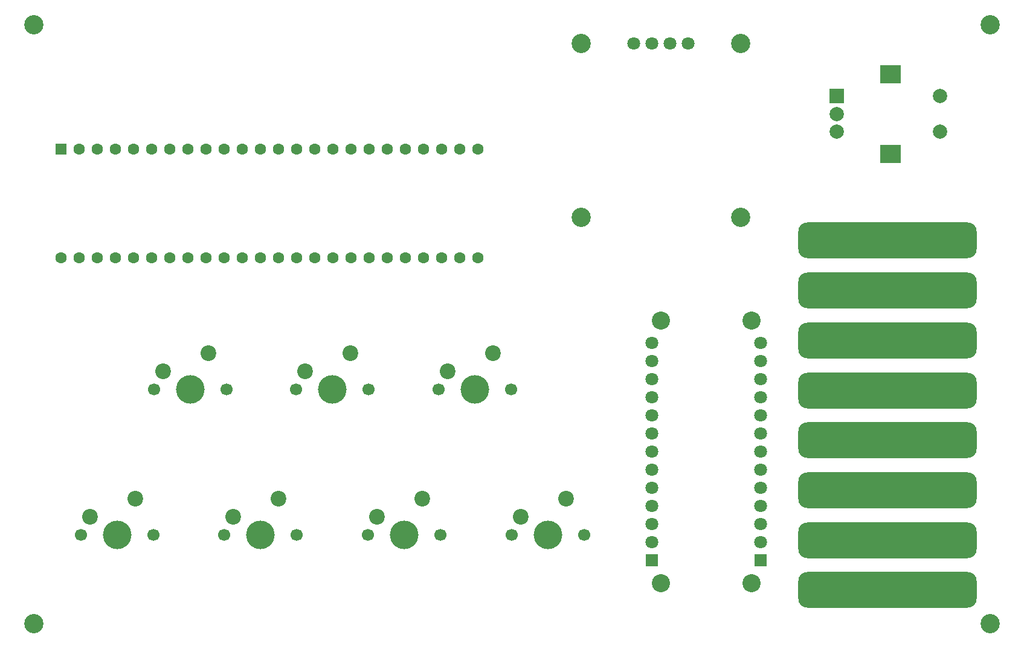
<source format=gbr>
%TF.GenerationSoftware,KiCad,Pcbnew,8.0.6*%
%TF.CreationDate,2024-11-07T12:50:37-05:00*%
%TF.ProjectId,minichord,6d696e69-6368-46f7-9264-2e6b69636164,rev?*%
%TF.SameCoordinates,Original*%
%TF.FileFunction,Soldermask,Top*%
%TF.FilePolarity,Negative*%
%FSLAX46Y46*%
G04 Gerber Fmt 4.6, Leading zero omitted, Abs format (unit mm)*
G04 Created by KiCad (PCBNEW 8.0.6) date 2024-11-07 12:50:37*
%MOMM*%
%LPD*%
G01*
G04 APERTURE LIST*
G04 Aperture macros list*
%AMRoundRect*
0 Rectangle with rounded corners*
0 $1 Rounding radius*
0 $2 $3 $4 $5 $6 $7 $8 $9 X,Y pos of 4 corners*
0 Add a 4 corners polygon primitive as box body*
4,1,4,$2,$3,$4,$5,$6,$7,$8,$9,$2,$3,0*
0 Add four circle primitives for the rounded corners*
1,1,$1+$1,$2,$3*
1,1,$1+$1,$4,$5*
1,1,$1+$1,$6,$7*
1,1,$1+$1,$8,$9*
0 Add four rect primitives between the rounded corners*
20,1,$1+$1,$2,$3,$4,$5,0*
20,1,$1+$1,$4,$5,$6,$7,0*
20,1,$1+$1,$6,$7,$8,$9,0*
20,1,$1+$1,$8,$9,$2,$3,0*%
G04 Aperture macros list end*
%ADD10R,2.000000X2.000000*%
%ADD11C,2.000000*%
%ADD12R,3.000000X2.500000*%
%ADD13C,2.700000*%
%ADD14C,1.800000*%
%ADD15C,1.700000*%
%ADD16C,4.000000*%
%ADD17C,2.200000*%
%ADD18RoundRect,1.250000X-11.250000X-1.250000X11.250000X-1.250000X11.250000X1.250000X-11.250000X1.250000X0*%
%ADD19C,2.540000*%
%ADD20R,1.800000X1.800000*%
%ADD21R,1.600000X1.600000*%
%ADD22C,1.600000*%
G04 APERTURE END LIST*
D10*
%TO.C,SW8*%
X172500000Y-52000000D03*
D11*
X172500000Y-57000000D03*
X172500000Y-54500000D03*
D12*
X180000000Y-48900000D03*
X180000000Y-60100000D03*
D11*
X187000000Y-52000000D03*
X187000000Y-57000000D03*
%TD*%
D13*
%TO.C,Adafruit_SSD1306*%
X136648000Y-44616000D03*
X136648000Y-69000000D03*
X159000000Y-44616000D03*
X159000000Y-69000000D03*
D14*
X144014000Y-44616000D03*
X146554000Y-44616000D03*
X149094000Y-44616000D03*
X151634000Y-44616000D03*
%TD*%
D15*
%TO.C,SW7*%
X76790000Y-93080000D03*
D16*
X81870000Y-93080000D03*
D15*
X86950000Y-93080000D03*
D17*
X84410000Y-88000000D03*
X78060000Y-90540000D03*
%TD*%
D18*
%TO.C,8exposedTrack1*%
X179620000Y-72240000D03*
X179620000Y-79240000D03*
X179620000Y-86240000D03*
X179620000Y-93240000D03*
X179620000Y-100240000D03*
X179620000Y-107240000D03*
X179620000Y-114240000D03*
X179620000Y-121240000D03*
%TD*%
D15*
%TO.C,SW6*%
X96750000Y-93080000D03*
D16*
X101830000Y-93080000D03*
D15*
X106910000Y-93080000D03*
D17*
X104370000Y-88000000D03*
X98020000Y-90540000D03*
%TD*%
D13*
%TO.C,H1*%
X60000000Y-42000000D03*
%TD*%
%TO.C,H2*%
X194000000Y-42000000D03*
%TD*%
D15*
%TO.C,SW5*%
X116710000Y-93080000D03*
D16*
X121790000Y-93080000D03*
D15*
X126870000Y-93080000D03*
D17*
X124330000Y-88000000D03*
X117980000Y-90540000D03*
%TD*%
D15*
%TO.C,SW3*%
X86680000Y-113540000D03*
D16*
X91760000Y-113540000D03*
D15*
X96840000Y-113540000D03*
D17*
X94300000Y-108460000D03*
X87950000Y-111000000D03*
%TD*%
D15*
%TO.C,SW4*%
X66540000Y-113540000D03*
D16*
X71620000Y-113540000D03*
D15*
X76700000Y-113540000D03*
D17*
X74160000Y-108460000D03*
X67810000Y-111000000D03*
%TD*%
D13*
%TO.C,H4*%
X60000000Y-126000000D03*
%TD*%
D15*
%TO.C,SW1*%
X126960000Y-113540000D03*
D16*
X132040000Y-113540000D03*
D15*
X137120000Y-113540000D03*
D17*
X134580000Y-108460000D03*
X128230000Y-111000000D03*
%TD*%
D15*
%TO.C,SW2*%
X106820000Y-113540000D03*
D16*
X111900000Y-113540000D03*
D15*
X116980000Y-113540000D03*
D17*
X114440000Y-108460000D03*
X108090000Y-111000000D03*
%TD*%
D13*
%TO.C,H3*%
X194000000Y-126000000D03*
%TD*%
D19*
%TO.C,adafruit1*%
X147890000Y-83445000D03*
X147890000Y-120275000D03*
X160590000Y-83445000D03*
X160590000Y-120275000D03*
D20*
X146620000Y-117100000D03*
D14*
X146620000Y-114560000D03*
X146620000Y-112020000D03*
X146620000Y-109480000D03*
X146620000Y-106940000D03*
X146620000Y-104400000D03*
X146620000Y-101860000D03*
X146620000Y-99320000D03*
X146620000Y-96780000D03*
X146620000Y-94240000D03*
X146620000Y-91700000D03*
X146620000Y-89160000D03*
X146620000Y-86620000D03*
D20*
X161860000Y-117100000D03*
D14*
X161860000Y-114560000D03*
X161860000Y-112020000D03*
X161860000Y-109480000D03*
X161860000Y-106940000D03*
X161860000Y-104400000D03*
X161860000Y-101860000D03*
X161860000Y-99320000D03*
X161860000Y-96780000D03*
X161860000Y-94240000D03*
X161860000Y-91700000D03*
X161860000Y-89160000D03*
X161860000Y-86620000D03*
%TD*%
D21*
%TO.C,U1*%
X63790000Y-59380000D03*
D22*
X66330000Y-59380000D03*
X68870000Y-59380000D03*
X71410000Y-59380000D03*
X73950000Y-59380000D03*
X76490000Y-59380000D03*
X79030000Y-59380000D03*
X81570000Y-59380000D03*
X84110000Y-59380000D03*
X86650000Y-59380000D03*
X89190000Y-59380000D03*
X91730000Y-59380000D03*
X94270000Y-59380000D03*
X96810000Y-59380000D03*
X99350000Y-59380000D03*
X101890000Y-59380000D03*
X104430000Y-59380000D03*
X106970000Y-59380000D03*
X109510000Y-59380000D03*
X112050000Y-59380000D03*
X114590000Y-59380000D03*
X117130000Y-59380000D03*
X119670000Y-59380000D03*
X122210000Y-59380000D03*
X122210000Y-74620000D03*
X119670000Y-74620000D03*
X117130000Y-74620000D03*
X114590000Y-74620000D03*
X112050000Y-74620000D03*
X109510000Y-74620000D03*
X106970000Y-74620000D03*
X104430000Y-74620000D03*
X101890000Y-74620000D03*
X99350000Y-74620000D03*
X96810000Y-74620000D03*
X94270000Y-74620000D03*
X91730000Y-74620000D03*
X89190000Y-74620000D03*
X86650000Y-74620000D03*
X84110000Y-74620000D03*
X81570000Y-74620000D03*
X79030000Y-74620000D03*
X76490000Y-74620000D03*
X73950000Y-74620000D03*
X71410000Y-74620000D03*
X68870000Y-74620000D03*
X66330000Y-74620000D03*
X63790000Y-74620000D03*
%TD*%
M02*

</source>
